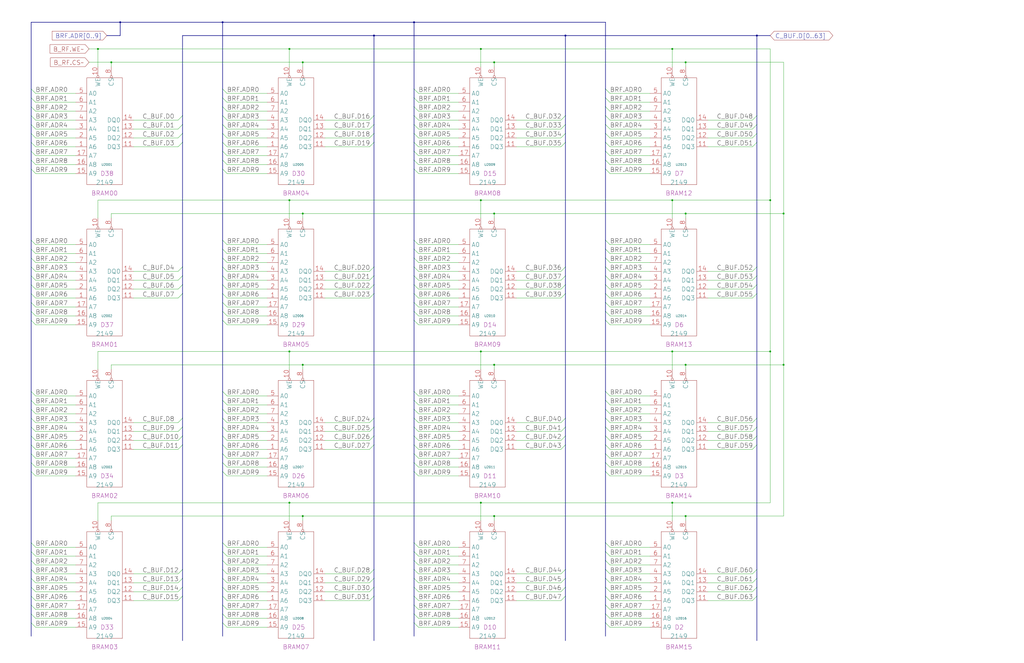
<source format=kicad_sch>
(kicad_sch (version 20230121) (generator eeschema)
  (paper "User" 584.2 378.46)
  (title_block (title "REGISTER FILE B\\nRAM ARRAY") (date "15-MAR-90") (rev "1.0") (comment 1 "TYPE") (comment 2 "232-003062") (comment 3 "S400") (comment 4 "RELEASED"))
  (junction (at 391.16 121.92))
  (junction (at 391.16 208.28))
  (junction (at 439.42 114.3))
  (junction (at 274.32 287.02))
  (junction (at 383.54 27.94))
  (junction (at 172.72 294.64))
  (junction (at 172.72 35.56))
  (junction (at 165.1 114.3))
  (junction (at 383.54 114.3))
  (junction (at 63.5 35.56))
  (junction (at 165.1 287.02))
  (junction (at 172.72 208.28))
  (junction (at 281.94 35.56))
  (junction (at 439.42 200.66))
  (junction (at 281.94 121.92))
  (junction (at 431.8 20.32))
  (junction (at 274.32 27.94))
  (junction (at 274.32 114.3))
  (junction (at 165.1 200.66))
  (junction (at 383.54 287.02))
  (junction (at 391.16 35.56))
  (junction (at 383.54 200.66))
  (junction (at 274.32 200.66))
  (junction (at 447.04 121.92))
  (junction (at 55.88 27.94))
  (junction (at 281.94 208.28))
  (junction (at 172.72 121.92))
  (junction (at 322.58 20.32))
  (junction (at 236.22 12.7))
  (junction (at 165.1 27.94))
  (junction (at 281.94 294.64))
  (junction (at 127 12.7))
  (junction (at 391.16 294.64))
  (junction (at 213.36 20.32))
  (junction (at 68.58 12.7))
  (junction (at 447.04 208.28))
  (bus_entry (at 127 81.28) (size 2.54 2.54))
  (bus_entry (at 127 152.4) (size 2.54 2.54))
  (bus_entry (at 213.36 254) (size -2.54 2.54))
  (bus_entry (at 127 60.96) (size 2.54 2.54))
  (bus_entry (at 236.22 157.48) (size 2.54 2.54))
  (bus_entry (at 345.44 162.56) (size 2.54 2.54))
  (bus_entry (at 17.78 66.04) (size 2.54 2.54))
  (bus_entry (at 345.44 86.36) (size 2.54 2.54))
  (bus_entry (at 17.78 172.72) (size 2.54 2.54))
  (bus_entry (at 127 355.6) (size 2.54 2.54))
  (bus_entry (at 127 335.28) (size 2.54 2.54))
  (bus_entry (at 322.58 162.56) (size -2.54 2.54))
  (bus_entry (at 236.22 320.04) (size 2.54 2.54))
  (bus_entry (at 17.78 264.16) (size 2.54 2.54))
  (bus_entry (at 236.22 223.52) (size 2.54 2.54))
  (bus_entry (at 236.22 325.12) (size 2.54 2.54))
  (bus_entry (at 127 309.88) (size 2.54 2.54))
  (bus_entry (at 127 248.92) (size 2.54 2.54))
  (bus_entry (at 431.8 254) (size -2.54 2.54))
  (bus_entry (at 345.44 157.48) (size 2.54 2.54))
  (bus_entry (at 236.22 259.08) (size 2.54 2.54))
  (bus_entry (at 17.78 167.64) (size 2.54 2.54))
  (bus_entry (at 17.78 96.52) (size 2.54 2.54))
  (bus_entry (at 127 162.56) (size 2.54 2.54))
  (bus_entry (at 236.22 355.6) (size 2.54 2.54))
  (bus_entry (at 17.78 254) (size 2.54 2.54))
  (bus_entry (at 127 71.12) (size 2.54 2.54))
  (bus_entry (at 345.44 269.24) (size 2.54 2.54))
  (bus_entry (at 345.44 76.2) (size 2.54 2.54))
  (bus_entry (at 431.8 71.12) (size -2.54 2.54))
  (bus_entry (at 127 264.16) (size 2.54 2.54))
  (bus_entry (at 17.78 182.88) (size 2.54 2.54))
  (bus_entry (at 17.78 269.24) (size 2.54 2.54))
  (bus_entry (at 431.8 238.76) (size -2.54 2.54))
  (bus_entry (at 213.36 81.28) (size -2.54 2.54))
  (bus_entry (at 322.58 335.28) (size -2.54 2.54))
  (bus_entry (at 236.22 172.72) (size 2.54 2.54))
  (bus_entry (at 322.58 157.48) (size -2.54 2.54))
  (bus_entry (at 236.22 86.36) (size 2.54 2.54))
  (bus_entry (at 17.78 320.04) (size 2.54 2.54))
  (bus_entry (at 127 66.04) (size 2.54 2.54))
  (bus_entry (at 431.8 152.4) (size -2.54 2.54))
  (bus_entry (at 104.14 71.12) (size -2.54 2.54))
  (bus_entry (at 236.22 243.84) (size 2.54 2.54))
  (bus_entry (at 17.78 223.52) (size 2.54 2.54))
  (bus_entry (at 431.8 66.04) (size -2.54 2.54))
  (bus_entry (at 127 259.08) (size 2.54 2.54))
  (bus_entry (at 213.36 76.2) (size -2.54 2.54))
  (bus_entry (at 236.22 91.44) (size 2.54 2.54))
  (bus_entry (at 127 350.52) (size 2.54 2.54))
  (bus_entry (at 213.36 152.4) (size -2.54 2.54))
  (bus_entry (at 236.22 142.24) (size 2.54 2.54))
  (bus_entry (at 104.14 335.28) (size -2.54 2.54))
  (bus_entry (at 17.78 259.08) (size 2.54 2.54))
  (bus_entry (at 127 50.8) (size 2.54 2.54))
  (bus_entry (at 345.44 325.12) (size 2.54 2.54))
  (bus_entry (at 104.14 248.92) (size -2.54 2.54))
  (bus_entry (at 236.22 254) (size 2.54 2.54))
  (bus_entry (at 104.14 340.36) (size -2.54 2.54))
  (bus_entry (at 236.22 238.76) (size 2.54 2.54))
  (bus_entry (at 236.22 137.16) (size 2.54 2.54))
  (bus_entry (at 127 182.88) (size 2.54 2.54))
  (bus_entry (at 236.22 335.28) (size 2.54 2.54))
  (bus_entry (at 345.44 340.36) (size 2.54 2.54))
  (bus_entry (at 345.44 233.68) (size 2.54 2.54))
  (bus_entry (at 236.22 147.32) (size 2.54 2.54))
  (bus_entry (at 236.22 162.56) (size 2.54 2.54))
  (bus_entry (at 104.14 162.56) (size -2.54 2.54))
  (bus_entry (at 236.22 228.6) (size 2.54 2.54))
  (bus_entry (at 17.78 162.56) (size 2.54 2.54))
  (bus_entry (at 322.58 76.2) (size -2.54 2.54))
  (bus_entry (at 127 340.36) (size 2.54 2.54))
  (bus_entry (at 236.22 81.28) (size 2.54 2.54))
  (bus_entry (at 127 223.52) (size 2.54 2.54))
  (bus_entry (at 127 76.2) (size 2.54 2.54))
  (bus_entry (at 236.22 60.96) (size 2.54 2.54))
  (bus_entry (at 17.78 81.28) (size 2.54 2.54))
  (bus_entry (at 236.22 71.12) (size 2.54 2.54))
  (bus_entry (at 322.58 238.76) (size -2.54 2.54))
  (bus_entry (at 213.36 162.56) (size -2.54 2.54))
  (bus_entry (at 236.22 314.96) (size 2.54 2.54))
  (bus_entry (at 104.14 254) (size -2.54 2.54))
  (bus_entry (at 322.58 330.2) (size -2.54 2.54))
  (bus_entry (at 17.78 76.2) (size 2.54 2.54))
  (bus_entry (at 322.58 254) (size -2.54 2.54))
  (bus_entry (at 17.78 137.16) (size 2.54 2.54))
  (bus_entry (at 17.78 91.44) (size 2.54 2.54))
  (bus_entry (at 345.44 335.28) (size 2.54 2.54))
  (bus_entry (at 345.44 60.96) (size 2.54 2.54))
  (bus_entry (at 127 269.24) (size 2.54 2.54))
  (bus_entry (at 345.44 96.52) (size 2.54 2.54))
  (bus_entry (at 127 320.04) (size 2.54 2.54))
  (bus_entry (at 104.14 81.28) (size -2.54 2.54))
  (bus_entry (at 104.14 157.48) (size -2.54 2.54))
  (bus_entry (at 127 228.6) (size 2.54 2.54))
  (bus_entry (at 322.58 340.36) (size -2.54 2.54))
  (bus_entry (at 345.44 66.04) (size 2.54 2.54))
  (bus_entry (at 17.78 152.4) (size 2.54 2.54))
  (bus_entry (at 431.8 81.28) (size -2.54 2.54))
  (bus_entry (at 17.78 248.92) (size 2.54 2.54))
  (bus_entry (at 431.8 157.48) (size -2.54 2.54))
  (bus_entry (at 322.58 325.12) (size -2.54 2.54))
  (bus_entry (at 17.78 86.36) (size 2.54 2.54))
  (bus_entry (at 236.22 340.36) (size 2.54 2.54))
  (bus_entry (at 431.8 340.36) (size -2.54 2.54))
  (bus_entry (at 236.22 309.88) (size 2.54 2.54))
  (bus_entry (at 127 325.12) (size 2.54 2.54))
  (bus_entry (at 345.44 254) (size 2.54 2.54))
  (bus_entry (at 345.44 137.16) (size 2.54 2.54))
  (bus_entry (at 127 233.68) (size 2.54 2.54))
  (bus_entry (at 17.78 330.2) (size 2.54 2.54))
  (bus_entry (at 104.14 238.76) (size -2.54 2.54))
  (bus_entry (at 236.22 50.8) (size 2.54 2.54))
  (bus_entry (at 17.78 309.88) (size 2.54 2.54))
  (bus_entry (at 17.78 147.32) (size 2.54 2.54))
  (bus_entry (at 345.44 167.64) (size 2.54 2.54))
  (bus_entry (at 17.78 228.6) (size 2.54 2.54))
  (bus_entry (at 322.58 243.84) (size -2.54 2.54))
  (bus_entry (at 236.22 345.44) (size 2.54 2.54))
  (bus_entry (at 17.78 60.96) (size 2.54 2.54))
  (bus_entry (at 17.78 340.36) (size 2.54 2.54))
  (bus_entry (at 17.78 345.44) (size 2.54 2.54))
  (bus_entry (at 127 177.8) (size 2.54 2.54))
  (bus_entry (at 104.14 167.64) (size -2.54 2.54))
  (bus_entry (at 345.44 355.6) (size 2.54 2.54))
  (bus_entry (at 345.44 238.76) (size 2.54 2.54))
  (bus_entry (at 345.44 50.8) (size 2.54 2.54))
  (bus_entry (at 127 243.84) (size 2.54 2.54))
  (bus_entry (at 345.44 147.32) (size 2.54 2.54))
  (bus_entry (at 345.44 228.6) (size 2.54 2.54))
  (bus_entry (at 236.22 96.52) (size 2.54 2.54))
  (bus_entry (at 236.22 264.16) (size 2.54 2.54))
  (bus_entry (at 104.14 66.04) (size -2.54 2.54))
  (bus_entry (at 431.8 330.2) (size -2.54 2.54))
  (bus_entry (at 345.44 91.44) (size 2.54 2.54))
  (bus_entry (at 236.22 76.2) (size 2.54 2.54))
  (bus_entry (at 127 137.16) (size 2.54 2.54))
  (bus_entry (at 213.36 248.92) (size -2.54 2.54))
  (bus_entry (at 213.36 71.12) (size -2.54 2.54))
  (bus_entry (at 17.78 238.76) (size 2.54 2.54))
  (bus_entry (at 322.58 167.64) (size -2.54 2.54))
  (bus_entry (at 17.78 325.12) (size 2.54 2.54))
  (bus_entry (at 17.78 50.8) (size 2.54 2.54))
  (bus_entry (at 17.78 335.28) (size 2.54 2.54))
  (bus_entry (at 104.14 76.2) (size -2.54 2.54))
  (bus_entry (at 236.22 182.88) (size 2.54 2.54))
  (bus_entry (at 17.78 55.88) (size 2.54 2.54))
  (bus_entry (at 236.22 177.8) (size 2.54 2.54))
  (bus_entry (at 345.44 223.52) (size 2.54 2.54))
  (bus_entry (at 345.44 259.08) (size 2.54 2.54))
  (bus_entry (at 127 96.52) (size 2.54 2.54))
  (bus_entry (at 104.14 330.2) (size -2.54 2.54))
  (bus_entry (at 17.78 71.12) (size 2.54 2.54))
  (bus_entry (at 236.22 350.52) (size 2.54 2.54))
  (bus_entry (at 104.14 243.84) (size -2.54 2.54))
  (bus_entry (at 345.44 152.4) (size 2.54 2.54))
  (bus_entry (at 17.78 142.24) (size 2.54 2.54))
  (bus_entry (at 213.36 335.28) (size -2.54 2.54))
  (bus_entry (at 345.44 320.04) (size 2.54 2.54))
  (bus_entry (at 127 157.48) (size 2.54 2.54))
  (bus_entry (at 345.44 177.8) (size 2.54 2.54))
  (bus_entry (at 431.8 335.28) (size -2.54 2.54))
  (bus_entry (at 345.44 55.88) (size 2.54 2.54))
  (bus_entry (at 127 86.36) (size 2.54 2.54))
  (bus_entry (at 431.8 162.56) (size -2.54 2.54))
  (bus_entry (at 213.36 238.76) (size -2.54 2.54))
  (bus_entry (at 104.14 325.12) (size -2.54 2.54))
  (bus_entry (at 236.22 330.2) (size 2.54 2.54))
  (bus_entry (at 127 55.88) (size 2.54 2.54))
  (bus_entry (at 236.22 55.88) (size 2.54 2.54))
  (bus_entry (at 213.36 157.48) (size -2.54 2.54))
  (bus_entry (at 431.8 243.84) (size -2.54 2.54))
  (bus_entry (at 127 330.2) (size 2.54 2.54))
  (bus_entry (at 322.58 66.04) (size -2.54 2.54))
  (bus_entry (at 213.36 325.12) (size -2.54 2.54))
  (bus_entry (at 17.78 177.8) (size 2.54 2.54))
  (bus_entry (at 17.78 233.68) (size 2.54 2.54))
  (bus_entry (at 17.78 355.6) (size 2.54 2.54))
  (bus_entry (at 431.8 76.2) (size -2.54 2.54))
  (bus_entry (at 345.44 172.72) (size 2.54 2.54))
  (bus_entry (at 431.8 167.64) (size -2.54 2.54))
  (bus_entry (at 213.36 243.84) (size -2.54 2.54))
  (bus_entry (at 345.44 309.88) (size 2.54 2.54))
  (bus_entry (at 322.58 248.92) (size -2.54 2.54))
  (bus_entry (at 345.44 81.28) (size 2.54 2.54))
  (bus_entry (at 127 167.64) (size 2.54 2.54))
  (bus_entry (at 236.22 152.4) (size 2.54 2.54))
  (bus_entry (at 345.44 182.88) (size 2.54 2.54))
  (bus_entry (at 17.78 243.84) (size 2.54 2.54))
  (bus_entry (at 213.36 167.64) (size -2.54 2.54))
  (bus_entry (at 127 142.24) (size 2.54 2.54))
  (bus_entry (at 322.58 71.12) (size -2.54 2.54))
  (bus_entry (at 127 147.32) (size 2.54 2.54))
  (bus_entry (at 213.36 330.2) (size -2.54 2.54))
  (bus_entry (at 431.8 248.92) (size -2.54 2.54))
  (bus_entry (at 213.36 66.04) (size -2.54 2.54))
  (bus_entry (at 236.22 66.04) (size 2.54 2.54))
  (bus_entry (at 127 314.96) (size 2.54 2.54))
  (bus_entry (at 236.22 248.92) (size 2.54 2.54))
  (bus_entry (at 345.44 248.92) (size 2.54 2.54))
  (bus_entry (at 127 172.72) (size 2.54 2.54))
  (bus_entry (at 236.22 233.68) (size 2.54 2.54))
  (bus_entry (at 213.36 340.36) (size -2.54 2.54))
  (bus_entry (at 345.44 350.52) (size 2.54 2.54))
  (bus_entry (at 127 91.44) (size 2.54 2.54))
  (bus_entry (at 345.44 330.2) (size 2.54 2.54))
  (bus_entry (at 345.44 345.44) (size 2.54 2.54))
  (bus_entry (at 104.14 152.4) (size -2.54 2.54))
  (bus_entry (at 127 238.76) (size 2.54 2.54))
  (bus_entry (at 17.78 314.96) (size 2.54 2.54))
  (bus_entry (at 322.58 152.4) (size -2.54 2.54))
  (bus_entry (at 17.78 350.52) (size 2.54 2.54))
  (bus_entry (at 345.44 243.84) (size 2.54 2.54))
  (bus_entry (at 431.8 325.12) (size -2.54 2.54))
  (bus_entry (at 127 254) (size 2.54 2.54))
  (bus_entry (at 236.22 167.64) (size 2.54 2.54))
  (bus_entry (at 345.44 314.96) (size 2.54 2.54))
  (bus_entry (at 127 345.44) (size 2.54 2.54))
  (bus_entry (at 236.22 269.24) (size 2.54 2.54))
  (bus_entry (at 17.78 157.48) (size 2.54 2.54))
  (bus_entry (at 345.44 142.24) (size 2.54 2.54))
  (bus_entry (at 345.44 71.12) (size 2.54 2.54))
  (bus_entry (at 345.44 264.16) (size 2.54 2.54))
  (bus_entry (at 322.58 81.28) (size -2.54 2.54))
  (wire (pts (xy 185.42 256.54) (xy 210.82 256.54)))
  (bus (pts (xy 345.44 330.2) (xy 345.44 335.28)))
  (wire (pts (xy 185.42 170.18) (xy 210.82 170.18)))
  (wire (pts (xy 20.32 226.06) (xy 43.18 226.06)))
  (wire (pts (xy 20.32 185.42) (xy 43.18 185.42)))
  (bus (pts (xy 17.78 345.44) (xy 17.78 350.52)))
  (wire (pts (xy 403.86 337.82) (xy 429.26 337.82)))
  (bus (pts (xy 345.44 182.88) (xy 345.44 223.52)))
  (wire (pts (xy 403.86 170.18) (xy 429.26 170.18)))
  (bus (pts (xy 213.36 335.28) (xy 213.36 340.36)))
  (bus (pts (xy 17.78 162.56) (xy 17.78 167.64)))
  (bus (pts (xy 322.58 254) (xy 322.58 325.12)))
  (wire (pts (xy 347.98 261.62) (xy 370.84 261.62)))
  (wire (pts (xy 294.64 342.9) (xy 320.04 342.9)))
  (wire (pts (xy 76.2 73.66) (xy 101.6 73.66)))
  (wire (pts (xy 238.76 83.82) (xy 261.62 83.82)))
  (wire (pts (xy 129.54 241.3) (xy 152.4 241.3)))
  (wire (pts (xy 165.1 27.94) (xy 274.32 27.94)))
  (bus (pts (xy 104.14 20.32) (xy 213.36 20.32)))
  (bus (pts (xy 345.44 157.48) (xy 345.44 162.56)))
  (wire (pts (xy 165.1 200.66) (xy 165.1 210.82)))
  (wire (pts (xy 403.86 256.54) (xy 429.26 256.54)))
  (wire (pts (xy 347.98 78.74) (xy 370.84 78.74)))
  (bus (pts (xy 236.22 86.36) (xy 236.22 91.44)))
  (bus (pts (xy 17.78 55.88) (xy 17.78 60.96)))
  (wire (pts (xy 403.86 165.1) (xy 429.26 165.1)))
  (bus (pts (xy 104.14 325.12) (xy 104.14 330.2)))
  (wire (pts (xy 76.2 327.66) (xy 101.6 327.66)))
  (bus (pts (xy 345.44 243.84) (xy 345.44 248.92)))
  (bus (pts (xy 345.44 76.2) (xy 345.44 81.28)))
  (bus (pts (xy 127 350.52) (xy 127 355.6)))
  (wire (pts (xy 294.64 246.38) (xy 320.04 246.38)))
  (wire (pts (xy 129.54 175.26) (xy 152.4 175.26)))
  (wire (pts (xy 347.98 63.5) (xy 370.84 63.5)))
  (bus (pts (xy 17.78 60.96) (xy 17.78 66.04)))
  (wire (pts (xy 172.72 294.64) (xy 172.72 297.18)))
  (bus (pts (xy 60.96 20.32) (xy 68.58 20.32)))
  (wire (pts (xy 447.04 121.92) (xy 447.04 208.28)))
  (bus (pts (xy 127 228.6) (xy 127 233.68)))
  (bus (pts (xy 236.22 91.44) (xy 236.22 96.52)))
  (bus (pts (xy 17.78 314.96) (xy 17.78 320.04)))
  (wire (pts (xy 20.32 322.58) (xy 43.18 322.58)))
  (bus (pts (xy 127 345.44) (xy 127 350.52)))
  (wire (pts (xy 129.54 154.94) (xy 152.4 154.94)))
  (bus (pts (xy 17.78 335.28) (xy 17.78 340.36)))
  (wire (pts (xy 347.98 358.14) (xy 370.84 358.14)))
  (bus (pts (xy 17.78 96.52) (xy 17.78 137.16)))
  (wire (pts (xy 20.32 170.18) (xy 43.18 170.18)))
  (wire (pts (xy 347.98 353.06) (xy 370.84 353.06)))
  (bus (pts (xy 345.44 314.96) (xy 345.44 320.04)))
  (wire (pts (xy 20.32 266.7) (xy 43.18 266.7)))
  (bus (pts (xy 345.44 320.04) (xy 345.44 325.12)))
  (wire (pts (xy 347.98 241.3) (xy 370.84 241.3)))
  (bus (pts (xy 236.22 60.96) (xy 236.22 66.04)))
  (wire (pts (xy 129.54 358.14) (xy 152.4 358.14)))
  (bus (pts (xy 236.22 309.88) (xy 236.22 314.96)))
  (bus (pts (xy 236.22 248.92) (xy 236.22 254)))
  (wire (pts (xy 439.42 287.02) (xy 383.54 287.02)))
  (bus (pts (xy 431.8 20.32) (xy 439.42 20.32)))
  (wire (pts (xy 403.86 160.02) (xy 429.26 160.02)))
  (bus (pts (xy 236.22 355.6) (xy 236.22 363.22)))
  (bus (pts (xy 127 259.08) (xy 127 264.16)))
  (wire (pts (xy 185.42 154.94) (xy 210.82 154.94)))
  (bus (pts (xy 431.8 243.84) (xy 431.8 248.92)))
  (wire (pts (xy 238.76 170.18) (xy 261.62 170.18)))
  (wire (pts (xy 383.54 287.02) (xy 383.54 297.18)))
  (wire (pts (xy 20.32 231.14) (xy 43.18 231.14)))
  (bus (pts (xy 236.22 96.52) (xy 236.22 137.16)))
  (wire (pts (xy 238.76 342.9) (xy 261.62 342.9)))
  (wire (pts (xy 129.54 160.02) (xy 152.4 160.02)))
  (wire (pts (xy 274.32 114.3) (xy 383.54 114.3)))
  (wire (pts (xy 347.98 160.02) (xy 370.84 160.02)))
  (bus (pts (xy 127 81.28) (xy 127 86.36)))
  (bus (pts (xy 17.78 142.24) (xy 17.78 147.32)))
  (wire (pts (xy 76.2 83.82) (xy 101.6 83.82)))
  (bus (pts (xy 345.44 86.36) (xy 345.44 91.44)))
  (wire (pts (xy 238.76 271.78) (xy 261.62 271.78)))
  (bus (pts (xy 236.22 182.88) (xy 236.22 223.52)))
  (bus (pts (xy 431.8 325.12) (xy 431.8 330.2)))
  (wire (pts (xy 238.76 246.38) (xy 261.62 246.38)))
  (bus (pts (xy 431.8 157.48) (xy 431.8 162.56)))
  (wire (pts (xy 347.98 337.82) (xy 370.84 337.82)))
  (wire (pts (xy 185.42 160.02) (xy 210.82 160.02)))
  (wire (pts (xy 20.32 53.34) (xy 43.18 53.34)))
  (bus (pts (xy 68.58 12.7) (xy 127 12.7)))
  (bus (pts (xy 17.78 91.44) (xy 17.78 96.52)))
  (bus (pts (xy 236.22 50.8) (xy 236.22 55.88)))
  (wire (pts (xy 274.32 200.66) (xy 274.32 210.82)))
  (bus (pts (xy 127 243.84) (xy 127 248.92)))
  (wire (pts (xy 347.98 73.66) (xy 370.84 73.66)))
  (bus (pts (xy 431.8 340.36) (xy 431.8 365.76)))
  (wire (pts (xy 20.32 327.66) (xy 43.18 327.66)))
  (bus (pts (xy 345.44 264.16) (xy 345.44 269.24)))
  (bus (pts (xy 17.78 350.52) (xy 17.78 355.6)))
  (wire (pts (xy 294.64 241.3) (xy 320.04 241.3)))
  (bus (pts (xy 17.78 86.36) (xy 17.78 91.44)))
  (wire (pts (xy 391.16 208.28) (xy 391.16 210.82)))
  (wire (pts (xy 294.64 337.82) (xy 320.04 337.82)))
  (wire (pts (xy 129.54 251.46) (xy 152.4 251.46)))
  (wire (pts (xy 447.04 208.28) (xy 447.04 294.64)))
  (wire (pts (xy 165.1 27.94) (xy 165.1 38.1)))
  (wire (pts (xy 129.54 236.22) (xy 152.4 236.22)))
  (wire (pts (xy 76.2 256.54) (xy 101.6 256.54)))
  (bus (pts (xy 431.8 81.28) (xy 431.8 152.4)))
  (wire (pts (xy 238.76 322.58) (xy 261.62 322.58)))
  (bus (pts (xy 236.22 55.88) (xy 236.22 60.96)))
  (wire (pts (xy 238.76 261.62) (xy 261.62 261.62)))
  (wire (pts (xy 439.42 200.66) (xy 439.42 287.02)))
  (bus (pts (xy 127 309.88) (xy 127 314.96)))
  (wire (pts (xy 129.54 68.58) (xy 152.4 68.58)))
  (wire (pts (xy 347.98 99.06) (xy 370.84 99.06)))
  (wire (pts (xy 347.98 251.46) (xy 370.84 251.46)))
  (wire (pts (xy 20.32 337.82) (xy 43.18 337.82)))
  (wire (pts (xy 185.42 327.66) (xy 210.82 327.66)))
  (bus (pts (xy 236.22 66.04) (xy 236.22 71.12)))
  (bus (pts (xy 236.22 167.64) (xy 236.22 172.72)))
  (wire (pts (xy 20.32 256.54) (xy 43.18 256.54)))
  (bus (pts (xy 17.78 50.8) (xy 17.78 55.88)))
  (wire (pts (xy 347.98 332.74) (xy 370.84 332.74)))
  (wire (pts (xy 129.54 322.58) (xy 152.4 322.58)))
  (wire (pts (xy 238.76 53.34) (xy 261.62 53.34)))
  (bus (pts (xy 127 137.16) (xy 127 142.24)))
  (wire (pts (xy 20.32 358.14) (xy 43.18 358.14)))
  (wire (pts (xy 347.98 231.14) (xy 370.84 231.14)))
  (wire (pts (xy 172.72 35.56) (xy 172.72 38.1)))
  (bus (pts (xy 104.14 81.28) (xy 104.14 152.4)))
  (bus (pts (xy 17.78 71.12) (xy 17.78 76.2)))
  (bus (pts (xy 431.8 152.4) (xy 431.8 157.48)))
  (bus (pts (xy 127 320.04) (xy 127 325.12)))
  (wire (pts (xy 391.16 294.64) (xy 281.94 294.64)))
  (wire (pts (xy 185.42 241.3) (xy 210.82 241.3)))
  (wire (pts (xy 238.76 185.42) (xy 261.62 185.42)))
  (bus (pts (xy 322.58 71.12) (xy 322.58 76.2)))
  (bus (pts (xy 17.78 320.04) (xy 17.78 325.12)))
  (bus (pts (xy 127 233.68) (xy 127 238.76)))
  (wire (pts (xy 238.76 231.14) (xy 261.62 231.14)))
  (wire (pts (xy 238.76 73.66) (xy 261.62 73.66)))
  (bus (pts (xy 17.78 264.16) (xy 17.78 269.24)))
  (bus (pts (xy 127 76.2) (xy 127 81.28)))
  (bus (pts (xy 213.36 66.04) (xy 213.36 71.12)))
  (wire (pts (xy 129.54 73.66) (xy 152.4 73.66)))
  (wire (pts (xy 281.94 208.28) (xy 281.94 210.82)))
  (wire (pts (xy 63.5 121.92) (xy 172.72 121.92)))
  (bus (pts (xy 213.36 157.48) (xy 213.36 162.56)))
  (wire (pts (xy 347.98 144.78) (xy 370.84 144.78)))
  (bus (pts (xy 213.36 20.32) (xy 322.58 20.32)))
  (wire (pts (xy 294.64 165.1) (xy 320.04 165.1)))
  (wire (pts (xy 20.32 68.58) (xy 43.18 68.58)))
  (wire (pts (xy 76.2 78.74) (xy 101.6 78.74)))
  (wire (pts (xy 129.54 88.9) (xy 152.4 88.9)))
  (bus (pts (xy 17.78 259.08) (xy 17.78 264.16)))
  (wire (pts (xy 281.94 35.56) (xy 391.16 35.56)))
  (bus (pts (xy 236.22 172.72) (xy 236.22 177.8)))
  (wire (pts (xy 76.2 241.3) (xy 101.6 241.3)))
  (bus (pts (xy 127 86.36) (xy 127 91.44)))
  (bus (pts (xy 17.78 325.12) (xy 17.78 330.2)))
  (bus (pts (xy 236.22 157.48) (xy 236.22 162.56)))
  (wire (pts (xy 391.16 294.64) (xy 391.16 297.18)))
  (wire (pts (xy 63.5 208.28) (xy 172.72 208.28)))
  (wire (pts (xy 20.32 236.22) (xy 43.18 236.22)))
  (wire (pts (xy 347.98 88.9) (xy 370.84 88.9)))
  (wire (pts (xy 238.76 165.1) (xy 261.62 165.1)))
  (bus (pts (xy 127 177.8) (xy 127 182.88)))
  (bus (pts (xy 345.44 172.72) (xy 345.44 177.8)))
  (wire (pts (xy 238.76 332.74) (xy 261.62 332.74)))
  (wire (pts (xy 55.88 114.3) (xy 55.88 124.46)))
  (bus (pts (xy 345.44 238.76) (xy 345.44 243.84)))
  (bus (pts (xy 104.14 76.2) (xy 104.14 81.28)))
  (wire (pts (xy 294.64 160.02) (xy 320.04 160.02)))
  (wire (pts (xy 76.2 332.74) (xy 101.6 332.74)))
  (bus (pts (xy 345.44 350.52) (xy 345.44 355.6)))
  (wire (pts (xy 281.94 294.64) (xy 172.72 294.64)))
  (wire (pts (xy 129.54 246.38) (xy 152.4 246.38)))
  (bus (pts (xy 213.36 152.4) (xy 213.36 157.48)))
  (bus (pts (xy 127 330.2) (xy 127 335.28)))
  (bus (pts (xy 104.14 162.56) (xy 104.14 167.64)))
  (wire (pts (xy 238.76 256.54) (xy 261.62 256.54)))
  (wire (pts (xy 185.42 73.66) (xy 210.82 73.66)))
  (bus (pts (xy 236.22 142.24) (xy 236.22 147.32)))
  (bus (pts (xy 431.8 167.64) (xy 431.8 238.76)))
  (bus (pts (xy 345.44 66.04) (xy 345.44 71.12)))
  (wire (pts (xy 294.64 327.66) (xy 320.04 327.66)))
  (bus (pts (xy 236.22 147.32) (xy 236.22 152.4)))
  (wire (pts (xy 55.88 287.02) (xy 55.88 297.18)))
  (bus (pts (xy 345.44 248.92) (xy 345.44 254)))
  (wire (pts (xy 20.32 246.38) (xy 43.18 246.38)))
  (bus (pts (xy 431.8 238.76) (xy 431.8 243.84)))
  (wire (pts (xy 63.5 35.56) (xy 63.5 38.1)))
  (wire (pts (xy 281.94 121.92) (xy 391.16 121.92)))
  (wire (pts (xy 129.54 144.78) (xy 152.4 144.78)))
  (bus (pts (xy 213.36 167.64) (xy 213.36 238.76)))
  (wire (pts (xy 403.86 78.74) (xy 429.26 78.74)))
  (wire (pts (xy 403.86 246.38) (xy 429.26 246.38)))
  (wire (pts (xy 347.98 154.94) (xy 370.84 154.94)))
  (bus (pts (xy 322.58 20.32) (xy 322.58 66.04)))
  (bus (pts (xy 17.78 228.6) (xy 17.78 233.68)))
  (wire (pts (xy 294.64 83.82) (xy 320.04 83.82)))
  (wire (pts (xy 76.2 160.02) (xy 101.6 160.02)))
  (wire (pts (xy 238.76 266.7) (xy 261.62 266.7)))
  (bus (pts (xy 104.14 330.2) (xy 104.14 335.28)))
  (bus (pts (xy 213.36 76.2) (xy 213.36 81.28)))
  (wire (pts (xy 274.32 27.94) (xy 383.54 27.94)))
  (wire (pts (xy 50.8 35.56) (xy 63.5 35.56)))
  (wire (pts (xy 238.76 236.22) (xy 261.62 236.22)))
  (wire (pts (xy 129.54 347.98) (xy 152.4 347.98)))
  (bus (pts (xy 104.14 157.48) (xy 104.14 162.56)))
  (wire (pts (xy 129.54 63.5) (xy 152.4 63.5)))
  (bus (pts (xy 104.14 248.92) (xy 104.14 254)))
  (wire (pts (xy 20.32 99.06) (xy 43.18 99.06)))
  (wire (pts (xy 281.94 294.64) (xy 281.94 297.18)))
  (bus (pts (xy 322.58 20.32) (xy 431.8 20.32)))
  (bus (pts (xy 127 55.88) (xy 127 60.96)))
  (wire (pts (xy 20.32 93.98) (xy 43.18 93.98)))
  (bus (pts (xy 345.44 340.36) (xy 345.44 345.44)))
  (bus (pts (xy 104.14 167.64) (xy 104.14 238.76)))
  (bus (pts (xy 345.44 345.44) (xy 345.44 350.52)))
  (bus (pts (xy 104.14 335.28) (xy 104.14 340.36)))
  (bus (pts (xy 127 142.24) (xy 127 147.32)))
  (bus (pts (xy 322.58 325.12) (xy 322.58 330.2)))
  (bus (pts (xy 236.22 350.52) (xy 236.22 355.6)))
  (wire (pts (xy 347.98 170.18) (xy 370.84 170.18)))
  (wire (pts (xy 403.86 154.94) (xy 429.26 154.94)))
  (bus (pts (xy 17.78 137.16) (xy 17.78 142.24)))
  (wire (pts (xy 76.2 154.94) (xy 101.6 154.94)))
  (bus (pts (xy 345.44 325.12) (xy 345.44 330.2)))
  (bus (pts (xy 345.44 162.56) (xy 345.44 167.64)))
  (wire (pts (xy 274.32 27.94) (xy 274.32 38.1)))
  (wire (pts (xy 294.64 73.66) (xy 320.04 73.66)))
  (bus (pts (xy 236.22 71.12) (xy 236.22 76.2)))
  (wire (pts (xy 63.5 294.64) (xy 63.5 297.18)))
  (bus (pts (xy 127 248.92) (xy 127 254)))
  (wire (pts (xy 165.1 287.02) (xy 165.1 297.18)))
  (wire (pts (xy 238.76 139.7) (xy 261.62 139.7)))
  (wire (pts (xy 238.76 88.9) (xy 261.62 88.9)))
  (wire (pts (xy 238.76 241.3) (xy 261.62 241.3)))
  (wire (pts (xy 185.42 68.58) (xy 210.82 68.58)))
  (wire (pts (xy 129.54 231.14) (xy 152.4 231.14)))
  (wire (pts (xy 20.32 165.1) (xy 43.18 165.1)))
  (wire (pts (xy 347.98 83.82) (xy 370.84 83.82)))
  (wire (pts (xy 347.98 342.9) (xy 370.84 342.9)))
  (bus (pts (xy 104.14 66.04) (xy 104.14 71.12)))
  (bus (pts (xy 213.36 71.12) (xy 213.36 76.2)))
  (wire (pts (xy 129.54 226.06) (xy 152.4 226.06)))
  (wire (pts (xy 76.2 165.1) (xy 101.6 165.1)))
  (wire (pts (xy 63.5 121.92) (xy 63.5 124.46)))
  (bus (pts (xy 213.36 162.56) (xy 213.36 167.64)))
  (wire (pts (xy 347.98 93.98) (xy 370.84 93.98)))
  (wire (pts (xy 172.72 294.64) (xy 63.5 294.64)))
  (bus (pts (xy 213.36 81.28) (xy 213.36 152.4)))
  (wire (pts (xy 294.64 256.54) (xy 320.04 256.54)))
  (wire (pts (xy 238.76 78.74) (xy 261.62 78.74)))
  (wire (pts (xy 20.32 241.3) (xy 43.18 241.3)))
  (bus (pts (xy 213.36 254) (xy 213.36 325.12)))
  (wire (pts (xy 403.86 327.66) (xy 429.26 327.66)))
  (bus (pts (xy 127 340.36) (xy 127 345.44)))
  (wire (pts (xy 347.98 271.78) (xy 370.84 271.78)))
  (wire (pts (xy 185.42 251.46) (xy 210.82 251.46)))
  (bus (pts (xy 17.78 254) (xy 17.78 259.08)))
  (bus (pts (xy 104.14 254) (xy 104.14 325.12)))
  (wire (pts (xy 274.32 200.66) (xy 383.54 200.66)))
  (wire (pts (xy 347.98 68.58) (xy 370.84 68.58)))
  (wire (pts (xy 238.76 226.06) (xy 261.62 226.06)))
  (wire (pts (xy 20.32 271.78) (xy 43.18 271.78)))
  (wire (pts (xy 55.88 27.94) (xy 55.88 38.1)))
  (wire (pts (xy 294.64 251.46) (xy 320.04 251.46)))
  (wire (pts (xy 274.32 287.02) (xy 274.32 297.18)))
  (wire (pts (xy 165.1 114.3) (xy 274.32 114.3)))
  (bus (pts (xy 345.44 137.16) (xy 345.44 142.24)))
  (bus (pts (xy 345.44 167.64) (xy 345.44 172.72)))
  (wire (pts (xy 129.54 99.06) (xy 152.4 99.06)))
  (bus (pts (xy 17.78 243.84) (xy 17.78 248.92)))
  (bus (pts (xy 213.36 330.2) (xy 213.36 335.28)))
  (bus (pts (xy 17.78 177.8) (xy 17.78 182.88)))
  (bus (pts (xy 213.36 238.76) (xy 213.36 243.84)))
  (bus (pts (xy 322.58 66.04) (xy 322.58 71.12)))
  (wire (pts (xy 383.54 200.66) (xy 439.42 200.66)))
  (wire (pts (xy 447.04 294.64) (xy 391.16 294.64)))
  (wire (pts (xy 294.64 170.18) (xy 320.04 170.18)))
  (wire (pts (xy 165.1 200.66) (xy 274.32 200.66)))
  (bus (pts (xy 127 269.24) (xy 127 309.88)))
  (bus (pts (xy 127 91.44) (xy 127 96.52)))
  (bus (pts (xy 431.8 71.12) (xy 431.8 76.2)))
  (wire (pts (xy 20.32 317.5) (xy 43.18 317.5)))
  (bus (pts (xy 17.78 182.88) (xy 17.78 223.52)))
  (wire (pts (xy 76.2 251.46) (xy 101.6 251.46)))
  (wire (pts (xy 347.98 327.66) (xy 370.84 327.66)))
  (bus (pts (xy 322.58 330.2) (xy 322.58 335.28)))
  (wire (pts (xy 238.76 317.5) (xy 261.62 317.5)))
  (bus (pts (xy 322.58 162.56) (xy 322.58 167.64)))
  (wire (pts (xy 439.42 114.3) (xy 439.42 200.66)))
  (bus (pts (xy 236.22 340.36) (xy 236.22 345.44)))
  (wire (pts (xy 20.32 154.94) (xy 43.18 154.94)))
  (wire (pts (xy 63.5 35.56) (xy 172.72 35.56)))
  (bus (pts (xy 236.22 81.28) (xy 236.22 86.36)))
  (bus (pts (xy 345.44 152.4) (xy 345.44 157.48)))
  (bus (pts (xy 431.8 20.32) (xy 431.8 66.04)))
  (bus (pts (xy 322.58 243.84) (xy 322.58 248.92)))
  (wire (pts (xy 238.76 312.42) (xy 261.62 312.42)))
  (bus (pts (xy 345.44 55.88) (xy 345.44 60.96)))
  (bus (pts (xy 127 157.48) (xy 127 162.56)))
  (bus (pts (xy 345.44 91.44) (xy 345.44 96.52)))
  (wire (pts (xy 20.32 332.74) (xy 43.18 332.74)))
  (bus (pts (xy 127 254) (xy 127 259.08)))
  (wire (pts (xy 129.54 185.42) (xy 152.4 185.42)))
  (bus (pts (xy 345.44 355.6) (xy 345.44 363.22)))
  (wire (pts (xy 129.54 78.74) (xy 152.4 78.74)))
  (wire (pts (xy 238.76 327.66) (xy 261.62 327.66)))
  (bus (pts (xy 127 182.88) (xy 127 223.52)))
  (bus (pts (xy 213.36 248.92) (xy 213.36 254)))
  (wire (pts (xy 391.16 121.92) (xy 447.04 121.92)))
  (bus (pts (xy 17.78 157.48) (xy 17.78 162.56)))
  (wire (pts (xy 347.98 165.1) (xy 370.84 165.1)))
  (bus (pts (xy 17.78 233.68) (xy 17.78 238.76)))
  (wire (pts (xy 238.76 144.78) (xy 261.62 144.78)))
  (bus (pts (xy 17.78 340.36) (xy 17.78 345.44)))
  (wire (pts (xy 129.54 261.62) (xy 152.4 261.62)))
  (wire (pts (xy 129.54 170.18) (xy 152.4 170.18)))
  (bus (pts (xy 68.58 20.32) (xy 68.58 12.7)))
  (wire (pts (xy 403.86 241.3) (xy 429.26 241.3)))
  (bus (pts (xy 236.22 243.84) (xy 236.22 248.92)))
  (wire (pts (xy 76.2 246.38) (xy 101.6 246.38)))
  (bus (pts (xy 213.36 243.84) (xy 213.36 248.92)))
  (wire (pts (xy 129.54 271.78) (xy 152.4 271.78)))
  (bus (pts (xy 236.22 314.96) (xy 236.22 320.04)))
  (wire (pts (xy 347.98 58.42) (xy 370.84 58.42)))
  (wire (pts (xy 20.32 160.02) (xy 43.18 160.02)))
  (bus (pts (xy 322.58 248.92) (xy 322.58 254)))
  (wire (pts (xy 383.54 200.66) (xy 383.54 210.82)))
  (wire (pts (xy 238.76 154.94) (xy 261.62 154.94)))
  (wire (pts (xy 347.98 53.34) (xy 370.84 53.34)))
  (wire (pts (xy 238.76 68.58) (xy 261.62 68.58)))
  (bus (pts (xy 345.44 223.52) (xy 345.44 228.6)))
  (wire (pts (xy 185.42 332.74) (xy 210.82 332.74)))
  (wire (pts (xy 238.76 180.34) (xy 261.62 180.34)))
  (wire (pts (xy 129.54 327.66) (xy 152.4 327.66)))
  (bus (pts (xy 431.8 330.2) (xy 431.8 335.28)))
  (wire (pts (xy 294.64 332.74) (xy 320.04 332.74)))
  (bus (pts (xy 104.14 71.12) (xy 104.14 76.2)))
  (bus (pts (xy 345.44 259.08) (xy 345.44 264.16)))
  (bus (pts (xy 322.58 152.4) (xy 322.58 157.48)))
  (wire (pts (xy 20.32 353.06) (xy 43.18 353.06)))
  (wire (pts (xy 391.16 208.28) (xy 447.04 208.28)))
  (bus (pts (xy 345.44 335.28) (xy 345.44 340.36)))
  (wire (pts (xy 76.2 170.18) (xy 101.6 170.18)))
  (bus (pts (xy 236.22 335.28) (xy 236.22 340.36)))
  (wire (pts (xy 185.42 342.9) (xy 210.82 342.9)))
  (bus (pts (xy 236.22 330.2) (xy 236.22 335.28)))
  (wire (pts (xy 347.98 312.42) (xy 370.84 312.42)))
  (wire (pts (xy 294.64 68.58) (xy 320.04 68.58)))
  (bus (pts (xy 127 50.8) (xy 127 55.88)))
  (wire (pts (xy 347.98 180.34) (xy 370.84 180.34)))
  (wire (pts (xy 55.88 27.94) (xy 165.1 27.94)))
  (wire (pts (xy 172.72 121.92) (xy 172.72 124.46)))
  (wire (pts (xy 347.98 322.58) (xy 370.84 322.58)))
  (wire (pts (xy 238.76 99.06) (xy 261.62 99.06)))
  (bus (pts (xy 322.58 81.28) (xy 322.58 152.4)))
  (wire (pts (xy 129.54 83.82) (xy 152.4 83.82)))
  (bus (pts (xy 236.22 254) (xy 236.22 259.08)))
  (bus (pts (xy 127 335.28) (xy 127 340.36)))
  (bus (pts (xy 236.22 269.24) (xy 236.22 309.88)))
  (wire (pts (xy 238.76 93.98) (xy 261.62 93.98)))
  (wire (pts (xy 20.32 88.9) (xy 43.18 88.9)))
  (wire (pts (xy 347.98 236.22) (xy 370.84 236.22)))
  (wire (pts (xy 129.54 353.06) (xy 152.4 353.06)))
  (bus (pts (xy 345.44 228.6) (xy 345.44 233.68)))
  (bus (pts (xy 236.22 12.7) (xy 236.22 50.8)))
  (bus (pts (xy 236.22 345.44) (xy 236.22 350.52)))
  (wire (pts (xy 347.98 149.86) (xy 370.84 149.86)))
  (wire (pts (xy 383.54 27.94) (xy 439.42 27.94)))
  (wire (pts (xy 20.32 180.34) (xy 43.18 180.34)))
  (bus (pts (xy 236.22 233.68) (xy 236.22 238.76)))
  (bus (pts (xy 17.78 152.4) (xy 17.78 157.48)))
  (wire (pts (xy 391.16 121.92) (xy 391.16 124.46)))
  (wire (pts (xy 238.76 353.06) (xy 261.62 353.06)))
  (wire (pts (xy 383.54 114.3) (xy 383.54 124.46)))
  (wire (pts (xy 274.32 287.02) (xy 165.1 287.02)))
  (wire (pts (xy 185.42 165.1) (xy 210.82 165.1)))
  (wire (pts (xy 20.32 73.66) (xy 43.18 73.66)))
  (wire (pts (xy 447.04 35.56) (xy 447.04 121.92)))
  (wire (pts (xy 281.94 208.28) (xy 391.16 208.28)))
  (wire (pts (xy 383.54 287.02) (xy 274.32 287.02)))
  (bus (pts (xy 236.22 325.12) (xy 236.22 330.2)))
  (wire (pts (xy 129.54 337.82) (xy 152.4 337.82)))
  (wire (pts (xy 238.76 337.82) (xy 261.62 337.82)))
  (wire (pts (xy 129.54 317.5) (xy 152.4 317.5)))
  (wire (pts (xy 403.86 83.82) (xy 429.26 83.82)))
  (bus (pts (xy 236.22 320.04) (xy 236.22 325.12)))
  (bus (pts (xy 17.78 238.76) (xy 17.78 243.84)))
  (wire (pts (xy 129.54 256.54) (xy 152.4 256.54)))
  (bus (pts (xy 17.78 355.6) (xy 17.78 363.22)))
  (bus (pts (xy 431.8 248.92) (xy 431.8 254)))
  (bus (pts (xy 127 172.72) (xy 127 177.8)))
  (wire (pts (xy 391.16 35.56) (xy 391.16 38.1)))
  (bus (pts (xy 345.44 269.24) (xy 345.44 309.88)))
  (wire (pts (xy 403.86 73.66) (xy 429.26 73.66)))
  (bus (pts (xy 104.14 243.84) (xy 104.14 248.92)))
  (bus (pts (xy 127 66.04) (xy 127 71.12)))
  (wire (pts (xy 129.54 266.7) (xy 152.4 266.7)))
  (bus (pts (xy 236.22 12.7) (xy 345.44 12.7)))
  (wire (pts (xy 347.98 256.54) (xy 370.84 256.54)))
  (bus (pts (xy 17.78 269.24) (xy 17.78 309.88)))
  (wire (pts (xy 185.42 337.82) (xy 210.82 337.82)))
  (wire (pts (xy 238.76 175.26) (xy 261.62 175.26)))
  (bus (pts (xy 127 223.52) (xy 127 228.6)))
  (bus (pts (xy 17.78 147.32) (xy 17.78 152.4)))
  (bus (pts (xy 236.22 259.08) (xy 236.22 264.16)))
  (wire (pts (xy 172.72 35.56) (xy 281.94 35.56)))
  (wire (pts (xy 383.54 114.3) (xy 439.42 114.3)))
  (wire (pts (xy 383.54 27.94) (xy 383.54 38.1)))
  (wire (pts (xy 347.98 185.42) (xy 370.84 185.42)))
  (bus (pts (xy 127 355.6) (xy 127 363.22)))
  (wire (pts (xy 129.54 149.86) (xy 152.4 149.86)))
  (wire (pts (xy 20.32 144.78) (xy 43.18 144.78)))
  (wire (pts (xy 76.2 342.9) (xy 101.6 342.9)))
  (bus (pts (xy 127 264.16) (xy 127 269.24)))
  (wire (pts (xy 20.32 63.5) (xy 43.18 63.5)))
  (bus (pts (xy 236.22 223.52) (xy 236.22 228.6)))
  (bus (pts (xy 17.78 248.92) (xy 17.78 254)))
  (wire (pts (xy 129.54 342.9) (xy 152.4 342.9)))
  (bus (pts (xy 17.78 76.2) (xy 17.78 81.28)))
  (wire (pts (xy 294.64 154.94) (xy 320.04 154.94)))
  (bus (pts (xy 236.22 162.56) (xy 236.22 167.64)))
  (bus (pts (xy 236.22 76.2) (xy 236.22 81.28)))
  (wire (pts (xy 238.76 160.02) (xy 261.62 160.02)))
  (wire (pts (xy 281.94 35.56) (xy 281.94 38.1)))
  (wire (pts (xy 439.42 27.94) (xy 439.42 114.3)))
  (wire (pts (xy 238.76 347.98) (xy 261.62 347.98)))
  (bus (pts (xy 322.58 238.76) (xy 322.58 243.84)))
  (bus (pts (xy 322.58 157.48) (xy 322.58 162.56)))
  (bus (pts (xy 345.44 81.28) (xy 345.44 86.36)))
  (bus (pts (xy 127 96.52) (xy 127 137.16)))
  (wire (pts (xy 391.16 35.56) (xy 447.04 35.56)))
  (bus (pts (xy 17.78 167.64) (xy 17.78 172.72)))
  (bus (pts (xy 104.14 20.32) (xy 104.14 66.04)))
  (wire (pts (xy 20.32 251.46) (xy 43.18 251.46)))
  (bus (pts (xy 236.22 238.76) (xy 236.22 243.84)))
  (wire (pts (xy 20.32 347.98) (xy 43.18 347.98)))
  (bus (pts (xy 345.44 147.32) (xy 345.44 152.4)))
  (bus (pts (xy 322.58 335.28) (xy 322.58 340.36)))
  (bus (pts (xy 345.44 309.88) (xy 345.44 314.96)))
  (wire (pts (xy 20.32 175.26) (xy 43.18 175.26)))
  (bus (pts (xy 127 167.64) (xy 127 172.72)))
  (wire (pts (xy 20.32 149.86) (xy 43.18 149.86)))
  (bus (pts (xy 431.8 162.56) (xy 431.8 167.64)))
  (wire (pts (xy 55.88 200.66) (xy 55.88 210.82)))
  (wire (pts (xy 172.72 208.28) (xy 281.94 208.28)))
  (wire (pts (xy 347.98 139.7) (xy 370.84 139.7)))
  (wire (pts (xy 238.76 251.46) (xy 261.62 251.46)))
  (bus (pts (xy 17.78 12.7) (xy 17.78 50.8)))
  (bus (pts (xy 104.14 152.4) (xy 104.14 157.48)))
  (wire (pts (xy 238.76 63.5) (xy 261.62 63.5)))
  (bus (pts (xy 431.8 254) (xy 431.8 325.12)))
  (bus (pts (xy 431.8 66.04) (xy 431.8 71.12)))
  (wire (pts (xy 238.76 149.86) (xy 261.62 149.86)))
  (bus (pts (xy 104.14 238.76) (xy 104.14 243.84)))
  (wire (pts (xy 20.32 58.42) (xy 43.18 58.42)))
  (wire (pts (xy 129.54 53.34) (xy 152.4 53.34)))
  (wire (pts (xy 281.94 121.92) (xy 281.94 124.46)))
  (bus (pts (xy 17.78 172.72) (xy 17.78 177.8)))
  (wire (pts (xy 403.86 251.46) (xy 429.26 251.46)))
  (wire (pts (xy 172.72 121.92) (xy 281.94 121.92)))
  (wire (pts (xy 403.86 332.74) (xy 429.26 332.74)))
  (wire (pts (xy 129.54 93.98) (xy 152.4 93.98)))
  (wire (pts (xy 347.98 226.06) (xy 370.84 226.06)))
  (bus (pts (xy 345.44 142.24) (xy 345.44 147.32)))
  (bus (pts (xy 213.36 325.12) (xy 213.36 330.2)))
  (wire (pts (xy 20.32 342.9) (xy 43.18 342.9)))
  (wire (pts (xy 238.76 58.42) (xy 261.62 58.42)))
  (bus (pts (xy 431.8 335.28) (xy 431.8 340.36)))
  (bus (pts (xy 127 238.76) (xy 127 243.84)))
  (bus (pts (xy 431.8 76.2) (xy 431.8 81.28)))
  (wire (pts (xy 76.2 337.82) (xy 101.6 337.82)))
  (wire (pts (xy 129.54 332.74) (xy 152.4 332.74)))
  (bus (pts (xy 127 60.96) (xy 127 66.04)))
  (bus (pts (xy 345.44 177.8) (xy 345.44 182.88)))
  (bus (pts (xy 127 162.56) (xy 127 167.64)))
  (bus (pts (xy 322.58 76.2) (xy 322.58 81.28)))
  (wire (pts (xy 185.42 246.38) (xy 210.82 246.38)))
  (wire (pts (xy 165.1 114.3) (xy 165.1 124.46)))
  (bus (pts (xy 213.36 340.36) (xy 213.36 365.76)))
  (wire (pts (xy 129.54 165.1) (xy 152.4 165.1)))
  (wire (pts (xy 129.54 312.42) (xy 152.4 312.42)))
  (bus (pts (xy 322.58 167.64) (xy 322.58 238.76)))
  (bus (pts (xy 236.22 264.16) (xy 236.22 269.24)))
  (bus (pts (xy 127 325.12) (xy 127 330.2)))
  (bus (pts (xy 236.22 152.4) (xy 236.22 157.48)))
  (bus (pts (xy 127 71.12) (xy 127 76.2)))
  (wire (pts (xy 50.8 27.94) (xy 55.88 27.94)))
  (bus (pts (xy 127 152.4) (xy 127 157.48)))
  (wire (pts (xy 76.2 68.58) (xy 101.6 68.58)))
  (bus (pts (xy 104.14 340.36) (xy 104.14 365.76)))
  (wire (pts (xy 20.32 78.74) (xy 43.18 78.74)))
  (bus (pts (xy 17.78 66.04) (xy 17.78 71.12)))
  (wire (pts (xy 347.98 266.7) (xy 370.84 266.7)))
  (bus (pts (xy 345.44 96.52) (xy 345.44 137.16)))
  (wire (pts (xy 238.76 358.14) (xy 261.62 358.14)))
  (wire (pts (xy 20.32 261.62) (xy 43.18 261.62)))
  (bus (pts (xy 17.78 223.52) (xy 17.78 228.6)))
  (wire (pts (xy 20.32 139.7) (xy 43.18 139.7)))
  (bus (pts (xy 213.36 20.32) (xy 213.36 66.04)))
  (bus (pts (xy 127 12.7) (xy 127 50.8)))
  (bus (pts (xy 17.78 309.88) (xy 17.78 314.96)))
  (bus (pts (xy 345.44 254) (xy 345.44 259.08)))
  (bus (pts (xy 17.78 12.7) (xy 68.58 12.7)))
  (bus (pts (xy 127 314.96) (xy 127 320.04)))
  (wire (pts (xy 403.86 342.9) (xy 429.26 342.9)))
  (wire (pts (xy 347.98 175.26) (xy 370.84 175.26)))
  (wire (pts (xy 185.42 83.82) (xy 210.82 83.82)))
  (wire (pts (xy 185.42 78.74) (xy 210.82 78.74)))
  (wire (pts (xy 129.54 139.7) (xy 152.4 139.7)))
  (wire (pts (xy 55.88 200.66) (xy 165.1 200.66)))
  (wire (pts (xy 20.32 83.82) (xy 43.18 83.82)))
  (wire (pts (xy 172.72 208.28) (xy 172.72 210.82)))
  (bus (pts (xy 345.44 60.96) (xy 345.44 66.04)))
  (bus (pts (xy 345.44 233.68) (xy 345.44 238.76)))
  (bus (pts (xy 17.78 81.28) (xy 17.78 86.36)))
  (wire (pts (xy 347.98 317.5) (xy 370.84 317.5)))
  (bus (pts (xy 17.78 330.2) (xy 17.78 335.28)))
  (bus (pts (xy 345.44 50.8) (xy 345.44 55.88)))
  (wire (pts (xy 129.54 58.42) (xy 152.4 58.42)))
  (bus (pts (xy 322.58 340.36) (xy 322.58 365.76)))
  (wire (pts (xy 347.98 246.38) (xy 370.84 246.38)))
  (wire (pts (xy 165.1 287.02) (xy 55.88 287.02)))
  (wire (pts (xy 294.64 78.74) (xy 320.04 78.74)))
  (bus (pts (xy 127 147.32) (xy 127 152.4)))
  (wire (pts (xy 129.54 180.34) (xy 152.4 180.34)))
  (bus (pts (xy 345.44 12.7) (xy 345.44 50.8)))
  (wire (pts (xy 347.98 347.98) (xy 370.84 347.98)))
  (wire (pts (xy 55.88 114.3) (xy 165.1 114.3)))
  (bus (pts (xy 345.44 71.12) (xy 345.44 76.2)))
  (bus (pts (xy 236.22 177.8) (xy 236.22 182.88)))
  (wire (pts (xy 274.32 114.3) (xy 274.32 124.46)))
  (wire (pts (xy 63.5 208.28) (xy 63.5 210.82)))
  (wire (pts (xy 403.86 68.58) (xy 429.26 68.58)))
  (bus (pts (xy 127 12.7) (xy 236.22 12.7)))
  (bus (pts (xy 236.22 228.6) (xy 236.22 233.68)))
  (wire (pts (xy 20.32 312.42) (xy 43.18 312.42)))
  (bus (pts (xy 236.22 137.16) (xy 236.22 142.24)))
  (label "C_BUF.D52" (at 408.94 154.94 0) (effects (font (size 2.54 2.54))))
  (label "BRF.ADR8" (at 129.54 93.98 0) (effects (font (size 2.54 2.54))))
  (label "BRF.ADR7" (at 129.54 347.98 0) (effects (font (size 2.54 2.54))))
  (label "BRF.ADR5" (at 347.98 337.82 0) (effects (font (size 2.54 2.54))))
  (label "C_BUF.D6" (at 81.28 165.1 0) (effects (font (size 2.54 2.54))))
  (label "BRF.ADR4" (at 347.98 332.74 0) (effects (font (size 2.54 2.54))))
  (label "BRF.ADR1" (at 238.76 144.78 0) (effects (font (size 2.54 2.54))))
  (label "BRF.ADR1" (at 129.54 58.42 0) (effects (font (size 2.54 2.54))))
  (label "C_BUF.D43" (at 299.72 256.54 0) (effects (font (size 2.54 2.54))))
  (label "BRF.ADR1" (at 347.98 58.42 0) (effects (font (size 2.54 2.54))))
  (label "BRF.ADR6" (at 238.76 256.54 0) (effects (font (size 2.54 2.54))))
  (label "BRF.ADR4" (at 238.76 332.74 0) (effects (font (size 2.54 2.54))))
  (label "BRF.ADR8" (at 238.76 93.98 0) (effects (font (size 2.54 2.54))))
  (label "BRF.ADR1" (at 347.98 144.78 0) (effects (font (size 2.54 2.54))))
  (label "BRF.ADR4" (at 20.32 73.66 0) (effects (font (size 2.54 2.54))))
  (label "C_BUF.D5" (at 81.28 160.02 0) (effects (font (size 2.54 2.54))))
  (label "C_BUF.D42" (at 299.72 251.46 0) (effects (font (size 2.54 2.54))))
  (label "C_BUF.D37" (at 299.72 160.02 0) (effects (font (size 2.54 2.54))))
  (label "BRF.ADR3" (at 238.76 154.94 0) (effects (font (size 2.54 2.54))))
  (label "BRF.ADR5" (at 238.76 251.46 0) (effects (font (size 2.54 2.54))))
  (label "BRF.ADR0" (at 238.76 312.42 0) (effects (font (size 2.54 2.54))))
  (label "BRF.ADR6" (at 129.54 342.9 0) (effects (font (size 2.54 2.54))))
  (label "C_BUF.D38" (at 299.72 165.1 0) (effects (font (size 2.54 2.54))))
  (label "BRF.ADR3" (at 238.76 241.3 0) (effects (font (size 2.54 2.54))))
  (label "BRF.ADR4" (at 129.54 73.66 0) (effects (font (size 2.54 2.54))))
  (label "C_BUF.D54" (at 408.94 165.1 0) (effects (font (size 2.54 2.54))))
  (label "BRF.ADR8" (at 129.54 266.7 0) (effects (font (size 2.54 2.54))))
  (label "C_BUF.D49" (at 408.94 73.66 0) (effects (font (size 2.54 2.54))))
  (label "BRF.ADR2" (at 347.98 236.22 0) (effects (font (size 2.54 2.54))))
  (label "BRF.ADR7" (at 347.98 347.98 0) (effects (font (size 2.54 2.54))))
  (label "BRF.ADR9" (at 20.32 271.78 0) (effects (font (size 2.54 2.54))))
  (label "C_BUF.D2" (at 81.28 78.74 0) (effects (font (size 2.54 2.54))))
  (label "BRF.ADR9" (at 20.32 358.14 0) (effects (font (size 2.54 2.54))))
  (label "BRF.ADR2" (at 238.76 149.86 0) (effects (font (size 2.54 2.54))))
  (label "BRF.ADR6" (at 238.76 170.18 0) (effects (font (size 2.54 2.54))))
  (label "BRF.ADR0" (at 347.98 139.7 0) (effects (font (size 2.54 2.54))))
  (label "BRF.ADR1" (at 129.54 231.14 0) (effects (font (size 2.54 2.54))))
  (label "BRF.ADR3" (at 129.54 68.58 0) (effects (font (size 2.54 2.54))))
  (label "BRF.ADR8" (at 347.98 353.06 0) (effects (font (size 2.54 2.54))))
  (label "BRF.ADR3" (at 347.98 154.94 0) (effects (font (size 2.54 2.54))))
  (label "BRF.ADR1" (at 238.76 58.42 0) (effects (font (size 2.54 2.54))))
  (label "C_BUF.D61" (at 408.94 332.74 0) (effects (font (size 2.54 2.54))))
  (label "BRF.ADR9" (at 347.98 99.06 0) (effects (font (size 2.54 2.54))))
  (label "BRF.ADR9" (at 20.32 185.42 0) (effects (font (size 2.54 2.54))))
  (label "BRF.ADR1" (at 238.76 231.14 0) (effects (font (size 2.54 2.54))))
  (label "BRF.ADR8" (at 347.98 93.98 0) (effects (font (size 2.54 2.54))))
  (label "C_BUF.D22" (at 190.5 165.1 0) (effects (font (size 2.54 2.54))))
  (label "BRF.ADR1" (at 129.54 317.5 0) (effects (font (size 2.54 2.54))))
  (label "BRF.ADR9" (at 347.98 358.14 0) (effects (font (size 2.54 2.54))))
  (label "C_BUF.D59" (at 408.94 256.54 0) (effects (font (size 2.54 2.54))))
  (label "BRF.ADR2" (at 129.54 236.22 0) (effects (font (size 2.54 2.54))))
  (label "BRF.ADR6" (at 20.32 256.54 0) (effects (font (size 2.54 2.54))))
  (label "C_BUF.D41" (at 299.72 246.38 0) (effects (font (size 2.54 2.54))))
  (label "BRF.ADR6" (at 129.54 170.18 0) (effects (font (size 2.54 2.54))))
  (label "BRF.ADR5" (at 238.76 337.82 0) (effects (font (size 2.54 2.54))))
  (label "BRF.ADR0" (at 347.98 226.06 0) (effects (font (size 2.54 2.54))))
  (label "BRF.ADR9" (at 20.32 99.06 0) (effects (font (size 2.54 2.54))))
  (label "C_BUF.D20" (at 190.5 154.94 0) (effects (font (size 2.54 2.54))))
  (label "BRF.ADR6" (at 20.32 83.82 0) (effects (font (size 2.54 2.54))))
  (label "BRF.ADR1" (at 347.98 317.5 0) (effects (font (size 2.54 2.54))))
  (label "BRF.ADR2" (at 129.54 149.86 0) (effects (font (size 2.54 2.54))))
  (label "C_BUF.D21" (at 190.5 160.02 0) (effects (font (size 2.54 2.54))))
  (label "BRF.ADR4" (at 129.54 332.74 0) (effects (font (size 2.54 2.54))))
  (label "BRF.ADR8" (at 347.98 180.34 0) (effects (font (size 2.54 2.54))))
  (label "BRF.ADR7" (at 20.32 347.98 0) (effects (font (size 2.54 2.54))))
  (label "BRF.ADR7" (at 129.54 261.62 0) (effects (font (size 2.54 2.54))))
  (label "C_BUF.D31" (at 190.5 342.9 0) (effects (font (size 2.54 2.54))))
  (label "BRF.ADR4" (at 347.98 246.38 0) (effects (font (size 2.54 2.54))))
  (label "BRF.ADR3" (at 129.54 154.94 0) (effects (font (size 2.54 2.54))))
  (label "C_BUF.D0" (at 81.28 68.58 0) (effects (font (size 2.54 2.54))))
  (label "BRF.ADR5" (at 129.54 165.1 0) (effects (font (size 2.54 2.54))))
  (label "C_BUF.D14" (at 81.28 337.82 0) (effects (font (size 2.54 2.54))))
  (label "BRF.ADR5" (at 129.54 78.74 0) (effects (font (size 2.54 2.54))))
  (label "BRF.ADR5" (at 238.76 78.74 0) (effects (font (size 2.54 2.54))))
  (label "C_BUF.D51" (at 408.94 83.82 0) (effects (font (size 2.54 2.54))))
  (label "BRF.ADR7" (at 347.98 88.9 0) (effects (font (size 2.54 2.54))))
  (label "C_BUF.D53" (at 408.94 160.02 0) (effects (font (size 2.54 2.54))))
  (label "BRF.ADR2" (at 20.32 63.5 0) (effects (font (size 2.54 2.54))))
  (label "BRF.ADR5" (at 238.76 165.1 0) (effects (font (size 2.54 2.54))))
  (label "BRF.ADR1" (at 238.76 317.5 0) (effects (font (size 2.54 2.54))))
  (label "BRF.ADR9" (at 347.98 271.78 0) (effects (font (size 2.54 2.54))))
  (label "BRF.ADR7" (at 20.32 175.26 0) (effects (font (size 2.54 2.54))))
  (label "C_BUF.D25" (at 190.5 246.38 0) (effects (font (size 2.54 2.54))))
  (label "C_BUF.D19" (at 190.5 83.82 0) (effects (font (size 2.54 2.54))))
  (label "BRF.ADR0" (at 238.76 53.34 0) (effects (font (size 2.54 2.54))))
  (label "C_BUF.D15" (at 81.28 342.9 0) (effects (font (size 2.54 2.54))))
  (label "BRF.ADR8" (at 238.76 180.34 0) (effects (font (size 2.54 2.54))))
  (label "C_BUF.D8" (at 81.28 241.3 0) (effects (font (size 2.54 2.54))))
  (label "C_BUF.D36" (at 299.72 154.94 0) (effects (font (size 2.54 2.54))))
  (label "C_BUF.D40" (at 299.72 241.3 0) (effects (font (size 2.54 2.54))))
  (label "BRF.ADR9" (at 129.54 271.78 0) (effects (font (size 2.54 2.54))))
  (label "C_BUF.D12" (at 81.28 327.66 0) (effects (font (size 2.54 2.54))))
  (label "BRF.ADR0" (at 20.32 53.34 0) (effects (font (size 2.54 2.54))))
  (label "BRF.ADR9" (at 238.76 185.42 0) (effects (font (size 2.54 2.54))))
  (label "BRF.ADR8" (at 129.54 180.34 0) (effects (font (size 2.54 2.54))))
  (label "BRF.ADR9" (at 129.54 358.14 0) (effects (font (size 2.54 2.54))))
  (label "BRF.ADR5" (at 347.98 78.74 0) (effects (font (size 2.54 2.54))))
  (label "C_BUF.D58" (at 408.94 251.46 0) (effects (font (size 2.54 2.54))))
  (label "C_BUF.D57" (at 408.94 246.38 0) (effects (font (size 2.54 2.54))))
  (label "BRF.ADR5" (at 129.54 251.46 0) (effects (font (size 2.54 2.54))))
  (label "C_BUF.D7" (at 81.28 170.18 0) (effects (font (size 2.54 2.54))))
  (label "BRF.ADR2" (at 238.76 322.58 0) (effects (font (size 2.54 2.54))))
  (label "BRF.ADR2" (at 347.98 63.5 0) (effects (font (size 2.54 2.54))))
  (label "BRF.ADR7" (at 238.76 347.98 0) (effects (font (size 2.54 2.54))))
  (label "BRF.ADR7" (at 238.76 261.62 0) (effects (font (size 2.54 2.54))))
  (label "BRF.ADR4" (at 129.54 246.38 0) (effects (font (size 2.54 2.54))))
  (label "BRF.ADR7" (at 347.98 175.26 0) (effects (font (size 2.54 2.54))))
  (label "C_BUF.D35" (at 299.72 83.82 0) (effects (font (size 2.54 2.54))))
  (label "C_BUF.D3" (at 81.28 83.82 0) (effects (font (size 2.54 2.54))))
  (label "BRF.ADR9" (at 238.76 271.78 0) (effects (font (size 2.54 2.54))))
  (label "C_BUF.D27" (at 190.5 256.54 0) (effects (font (size 2.54 2.54))))
  (label "BRF.ADR0" (at 20.32 312.42 0) (effects (font (size 2.54 2.54))))
  (label "BRF.ADR1" (at 20.32 58.42 0) (effects (font (size 2.54 2.54))))
  (label "C_BUF.D1" (at 81.28 73.66 0) (effects (font (size 2.54 2.54))))
  (label "C_BUF.D32" (at 299.72 68.58 0) (effects (font (size 2.54 2.54))))
  (label "BRF.ADR2" (at 20.32 322.58 0) (effects (font (size 2.54 2.54))))
  (label "BRF.ADR1" (at 129.54 144.78 0) (effects (font (size 2.54 2.54))))
  (label "BRF.ADR1" (at 20.32 144.78 0) (effects (font (size 2.54 2.54))))
  (label "C_BUF.D62" (at 408.94 337.82 0) (effects (font (size 2.54 2.54))))
  (label "BRF.ADR0" (at 129.54 139.7 0) (effects (font (size 2.54 2.54))))
  (label "BRF.ADR3" (at 238.76 68.58 0) (effects (font (size 2.54 2.54))))
  (label "BRF.ADR2" (at 129.54 322.58 0) (effects (font (size 2.54 2.54))))
  (label "BRF.ADR9" (at 347.98 185.42 0) (effects (font (size 2.54 2.54))))
  (label "BRF.ADR6" (at 238.76 342.9 0) (effects (font (size 2.54 2.54))))
  (label "BRF.ADR1" (at 347.98 231.14 0) (effects (font (size 2.54 2.54))))
  (label "C_BUF.D29" (at 190.5 332.74 0) (effects (font (size 2.54 2.54))))
  (label "BRF.ADR7" (at 129.54 175.26 0) (effects (font (size 2.54 2.54))))
  (label "BRF.ADR0" (at 20.32 139.7 0) (effects (font (size 2.54 2.54))))
  (label "BRF.ADR3" (at 129.54 241.3 0) (effects (font (size 2.54 2.54))))
  (label "BRF.ADR9" (at 129.54 99.06 0) (effects (font (size 2.54 2.54))))
  (label "BRF.ADR0" (at 129.54 312.42 0) (effects (font (size 2.54 2.54))))
  (label "BRF.ADR5" (at 20.32 251.46 0) (effects (font (size 2.54 2.54))))
  (label "BRF.ADR7" (at 347.98 261.62 0) (effects (font (size 2.54 2.54))))
  (label "BRF.ADR4" (at 20.32 160.02 0) (effects (font (size 2.54 2.54))))
  (label "BRF.ADR4" (at 238.76 246.38 0) (effects (font (size 2.54 2.54))))
  (label "BRF.ADR4" (at 347.98 73.66 0) (effects (font (size 2.54 2.54))))
  (label "C_BUF.D10" (at 81.28 251.46 0) (effects (font (size 2.54 2.54))))
  (label "BRF.ADR3" (at 20.32 68.58 0) (effects (font (size 2.54 2.54))))
  (label "C_BUF.D60" (at 408.94 327.66 0) (effects (font (size 2.54 2.54))))
  (label "BRF.ADR7" (at 238.76 88.9 0) (effects (font (size 2.54 2.54))))
  (label "C_BUF.D56" (at 408.94 241.3 0) (effects (font (size 2.54 2.54))))
  (label "C_BUF.D48" (at 408.94 68.58 0) (effects (font (size 2.54 2.54))))
  (label "BRF.ADR0" (at 347.98 312.42 0) (effects (font (size 2.54 2.54))))
  (label "BRF.ADR6" (at 347.98 170.18 0) (effects (font (size 2.54 2.54))))
  (label "BRF.ADR5" (at 20.32 337.82 0) (effects (font (size 2.54 2.54))))
  (label "BRF.ADR5" (at 129.54 337.82 0) (effects (font (size 2.54 2.54))))
  (label "C_BUF.D55" (at 408.94 170.18 0) (effects (font (size 2.54 2.54))))
  (label "C_BUF.D45" (at 299.72 332.74 0) (effects (font (size 2.54 2.54))))
  (label "BRF.ADR6" (at 20.32 342.9 0) (effects (font (size 2.54 2.54))))
  (label "BRF.ADR8" (at 20.32 93.98 0) (effects (font (size 2.54 2.54))))
  (label "BRF.ADR9" (at 129.54 185.42 0) (effects (font (size 2.54 2.54))))
  (label "BRF.ADR2" (at 347.98 322.58 0) (effects (font (size 2.54 2.54))))
  (label "BRF.ADR1" (at 20.32 317.5 0) (effects (font (size 2.54 2.54))))
  (label "C_BUF.D4" (at 81.28 154.94 0) (effects (font (size 2.54 2.54))))
  (label "BRF.ADR2" (at 238.76 63.5 0) (effects (font (size 2.54 2.54))))
  (label "BRF.ADR0" (at 238.76 139.7 0) (effects (font (size 2.54 2.54))))
  (label "C_BUF.D13" (at 81.28 332.74 0) (effects (font (size 2.54 2.54))))
  (label "BRF.ADR8" (at 20.32 266.7 0) (effects (font (size 2.54 2.54))))
  (label "BRF.ADR5" (at 20.32 78.74 0) (effects (font (size 2.54 2.54))))
  (label "BRF.ADR3" (at 347.98 327.66 0) (effects (font (size 2.54 2.54))))
  (label "BRF.ADR6" (at 347.98 342.9 0) (effects (font (size 2.54 2.54))))
  (label "C_BUF.D50" (at 408.94 78.74 0) (effects (font (size 2.54 2.54))))
  (label "BRF.ADR3" (at 347.98 68.58 0) (effects (font (size 2.54 2.54))))
  (label "C_BUF.D24" (at 190.5 241.3 0) (effects (font (size 2.54 2.54))))
  (label "BRF.ADR6" (at 347.98 83.82 0) (effects (font (size 2.54 2.54))))
  (label "BRF.ADR3" (at 20.32 241.3 0) (effects (font (size 2.54 2.54))))
  (label "C_BUF.D46" (at 299.72 337.82 0) (effects (font (size 2.54 2.54))))
  (label "C_BUF.D9" (at 81.28 246.38 0) (effects (font (size 2.54 2.54))))
  (label "BRF.ADR3" (at 129.54 327.66 0) (effects (font (size 2.54 2.54))))
  (label "BRF.ADR4" (at 20.32 332.74 0) (effects (font (size 2.54 2.54))))
  (label "BRF.ADR2" (at 20.32 236.22 0) (effects (font (size 2.54 2.54))))
  (label "BRF.ADR0" (at 347.98 53.34 0) (effects (font (size 2.54 2.54))))
  (label "BRF.ADR9" (at 238.76 99.06 0) (effects (font (size 2.54 2.54))))
  (label "C_BUF.D33" (at 299.72 73.66 0) (effects (font (size 2.54 2.54))))
  (label "BRF.ADR2" (at 20.32 149.86 0) (effects (font (size 2.54 2.54))))
  (label "BRF.ADR6" (at 347.98 256.54 0) (effects (font (size 2.54 2.54))))
  (label "BRF.ADR4" (at 20.32 246.38 0) (effects (font (size 2.54 2.54))))
  (label "C_BUF.D23" (at 190.5 170.18 0) (effects (font (size 2.54 2.54))))
  (label "BRF.ADR8" (at 347.98 266.7 0) (effects (font (size 2.54 2.54))))
  (label "BRF.ADR3" (at 347.98 241.3 0) (effects (font (size 2.54 2.54))))
  (label "BRF.ADR8" (at 129.54 353.06 0) (effects (font (size 2.54 2.54))))
  (label "BRF.ADR2" (at 238.76 236.22 0) (effects (font (size 2.54 2.54))))
  (label "C_BUF.D34" (at 299.72 78.74 0) (effects (font (size 2.54 2.54))))
  (label "C_BUF.D44" (at 299.72 327.66 0) (effects (font (size 2.54 2.54))))
  (label "C_BUF.D11" (at 81.28 256.54 0) (effects (font (size 2.54 2.54))))
  (label "BRF.ADR6" (at 129.54 256.54 0) (effects (font (size 2.54 2.54))))
  (label "BRF.ADR2" (at 129.54 63.5 0) (effects (font (size 2.54 2.54))))
  (label "C_BUF.D18" (at 190.5 78.74 0) (effects (font (size 2.54 2.54))))
  (label "BRF.ADR8" (at 20.32 353.06 0) (effects (font (size 2.54 2.54))))
  (label "BRF.ADR5" (at 347.98 251.46 0) (effects (font (size 2.54 2.54))))
  (label "BRF.ADR8" (at 238.76 266.7 0) (effects (font (size 2.54 2.54))))
  (label "BRF.ADR4" (at 129.54 160.02 0) (effects (font (size 2.54 2.54))))
  (label "BRF.ADR0" (at 238.76 226.06 0) (effects (font (size 2.54 2.54))))
  (label "BRF.ADR5" (at 347.98 165.1 0) (effects (font (size 2.54 2.54))))
  (label "C_BUF.D47" (at 299.72 342.9 0) (effects (font (size 2.54 2.54))))
  (label "C_BUF.D28" (at 190.5 327.66 0) (effects (font (size 2.54 2.54))))
  (label "BRF.ADR4" (at 238.76 73.66 0) (effects (font (size 2.54 2.54))))
  (label "C_BUF.D30" (at 190.5 337.82 0) (effects (font (size 2.54 2.54))))
  (label "BRF.ADR1" (at 20.32 231.14 0) (effects (font (size 2.54 2.54))))
  (label "BRF.ADR0" (at 20.32 226.06 0) (effects (font (size 2.54 2.54))))
  (label "BRF.ADR3" (at 20.32 327.66 0) (effects (font (size 2.54 2.54))))
  (label "BRF.ADR6" (at 20.32 170.18 0) (effects (font (size 2.54 2.54))))
  (label "BRF.ADR3" (at 238.76 327.66 0) (effects (font (size 2.54 2.54))))
  (label "BRF.ADR0" (at 129.54 53.34 0) (effects (font (size 2.54 2.54))))
  (label "BRF.ADR3" (at 20.32 154.94 0) (effects (font (size 2.54 2.54))))
  (label "BRF.ADR5" (at 20.32 165.1 0) (effects (font (size 2.54 2.54))))
  (label "C_BUF.D63" (at 408.94 342.9 0) (effects (font (size 2.54 2.54))))
  (label "BRF.ADR6" (at 238.76 83.82 0) (effects (font (size 2.54 2.54))))
  (label "BRF.ADR2" (at 347.98 149.86 0) (effects (font (size 2.54 2.54))))
  (label "C_BUF.D39" (at 299.72 170.18 0) (effects (font (size 2.54 2.54))))
  (label "BRF.ADR7" (at 20.32 88.9 0) (effects (font (size 2.54 2.54))))
  (label "BRF.ADR7" (at 129.54 88.9 0) (effects (font (size 2.54 2.54))))
  (label "BRF.ADR9" (at 238.76 358.14 0) (effects (font (size 2.54 2.54))))
  (label "C_BUF.D17" (at 190.5 73.66 0) (effects (font (size 2.54 2.54))))
  (label "BRF.ADR7" (at 20.32 261.62 0) (effects (font (size 2.54 2.54))))
  (label "BRF.ADR0" (at 129.54 226.06 0) (effects (font (size 2.54 2.54))))
  (label "C_BUF.D26" (at 190.5 251.46 0) (effects (font (size 2.54 2.54))))
  (label "C_BUF.D16" (at 190.5 68.58 0) (effects (font (size 2.54 2.54))))
  (label "BRF.ADR8" (at 20.32 180.34 0) (effects (font (size 2.54 2.54))))
  (label "BRF.ADR4" (at 238.76 160.02 0) (effects (font (size 2.54 2.54))))
  (label "BRF.ADR8" (at 238.76 353.06 0) (effects (font (size 2.54 2.54))))
  (label "BRF.ADR7" (at 238.76 175.26 0) (effects (font (size 2.54 2.54))))
  (label "BRF.ADR4" (at 347.98 160.02 0) (effects (font (size 2.54 2.54))))
  (label "BRF.ADR6" (at 129.54 83.82 0) (effects (font (size 2.54 2.54))))
  (global_label "C_BUF.D[0..63]" (shape bidirectional) (at 439.42 20.32 0) (effects (font (size 2.54 2.54))) (property "Intersheetrefs" "${INTERSHEET_REFS}" (at 472.9117 20.1613 0) (effects (font (size 1.905 1.905)) (justify left))))
  (global_label "B_RF.WE~" (shape input) (at 50.8 27.94 180) (effects (font (size 2.54 2.54))) (property "Intersheetrefs" "${INTERSHEET_REFS}" (at 28.5569 27.7813 0) (effects (font (size 1.905 1.905)) (justify right))))
  (global_label "BRF.ADR[0..9]" (shape input) (at 60.96 20.32 180) (effects (font (size 2.54 2.54))) (property "Intersheetrefs" "${INTERSHEET_REFS}" (at 29.7664 20.1613 0) (effects (font (size 1.905 1.905)) (justify right))))
  (global_label "B_RF.CS~" (shape input) (at 50.8 35.56 180) (effects (font (size 2.54 2.54))) (property "Intersheetrefs" "${INTERSHEET_REFS}" (at 28.7988 35.4013 0) (effects (font (size 1.905 1.905)) (justify right))))
  (symbol (lib_id "r1000:2149") (at 276.86 358.14 0) (unit 1)
    (property "Reference" "U2012" (at 279.4 353.06 0))
    (property "Value" "2149" (at 273.05 363.22 0) (effects (font (size 2.54 2.54)) (justify left)))
    (property "Location" "D10" (at 275.59 358.14 0) (effects (font (size 2.54 2.54)) (justify left)))
    (property "Name" "BRAM11" (at 278.13 370.84 0) (effects (font (size 2.54 2.54)) (justify bottom)))
  )
  (symbol (lib_id "r1000:2149") (at 58.42 358.14 0) (unit 1)
    (property "Reference" "U2004" (at 60.96 353.06 0))
    (property "Value" "2149" (at 54.61 363.22 0) (effects (font (size 2.54 2.54)) (justify left)))
    (property "Location" "D33" (at 57.15 358.14 0) (effects (font (size 2.54 2.54)) (justify left)))
    (property "Name" "BRAM03" (at 59.69 370.84 0) (effects (font (size 2.54 2.54)) (justify bottom)))
  )
  (symbol (lib_id "r1000:2149") (at 58.42 271.78 0) (unit 1)
    (property "Reference" "U2003" (at 60.96 266.7 0))
    (property "Value" "2149" (at 54.61 276.86 0) (effects (font (size 2.54 2.54)) (justify left)))
    (property "Location" "D34" (at 57.15 271.78 0) (effects (font (size 2.54 2.54)) (justify left)))
    (property "Name" "BRAM02" (at 59.69 284.48 0) (effects (font (size 2.54 2.54)) (justify bottom)))
  )
  (symbol (lib_id "r1000:2149") (at 386.08 358.14 0) (unit 1)
    (property "Reference" "U2016" (at 388.62 353.06 0))
    (property "Value" "2149" (at 382.27 363.22 0) (effects (font (size 2.54 2.54)) (justify left)))
    (property "Location" "D2" (at 384.81 358.14 0) (effects (font (size 2.54 2.54)) (justify left)))
    (property "Name" "BRAM15" (at 387.35 370.84 0) (effects (font (size 2.54 2.54)) (justify bottom)))
  )
  (symbol (lib_id "r1000:2149") (at 276.86 271.78 0) (unit 1)
    (property "Reference" "U2011" (at 279.4 266.7 0))
    (property "Value" "2149" (at 273.05 276.86 0) (effects (font (size 2.54 2.54)) (justify left)))
    (property "Location" "D11" (at 275.59 271.78 0) (effects (font (size 2.54 2.54)) (justify left)))
    (property "Name" "BRAM10" (at 278.13 284.48 0) (effects (font (size 2.54 2.54)) (justify bottom)))
  )
  (symbol (lib_id "r1000:2149") (at 386.08 99.06 0) (unit 1)
    (property "Reference" "U2013" (at 388.62 93.98 0))
    (property "Value" "2149" (at 382.27 104.14 0) (effects (font (size 2.54 2.54)) (justify left)))
    (property "Location" "D7" (at 384.81 99.06 0) (effects (font (size 2.54 2.54)) (justify left)))
    (property "Name" "BRAM12" (at 387.35 111.76 0) (effects (font (size 2.54 2.54)) (justify bottom)))
  )
  (symbol (lib_id "r1000:2149") (at 386.08 185.42 0) (unit 1)
    (property "Reference" "U2014" (at 388.62 180.34 0))
    (property "Value" "2149" (at 382.27 190.5 0) (effects (font (size 2.54 2.54)) (justify left)))
    (property "Location" "D6" (at 384.81 185.42 0) (effects (font (size 2.54 2.54)) (justify left)))
    (property "Name" "BRAM13" (at 387.35 198.12 0) (effects (font (size 2.54 2.54)) (justify bottom)))
  )
  (symbol (lib_id "r1000:2149") (at 276.86 99.06 0) (unit 1)
    (property "Reference" "U2009" (at 279.4 93.98 0))
    (property "Value" "2149" (at 273.05 104.14 0) (effects (font (size 2.54 2.54)) (justify left)))
    (property "Location" "D15" (at 275.59 99.06 0) (effects (font (size 2.54 2.54)) (justify left)))
    (property "Name" "BRAM08" (at 278.13 111.76 0) (effects (font (size 2.54 2.54)) (justify bottom)))
  )
  (symbol (lib_id "r1000:2149") (at 167.64 185.42 0) (unit 1)
    (property "Reference" "U2006" (at 170.18 180.34 0))
    (property "Value" "2149" (at 163.83 190.5 0) (effects (font (size 2.54 2.54)) (justify left)))
    (property "Location" "D29" (at 166.37 185.42 0) (effects (font (size 2.54 2.54)) (justify left)))
    (property "Name" "BRAM05" (at 168.91 198.12 0) (effects (font (size 2.54 2.54)) (justify bottom)))
  )
  (symbol (lib_id "r1000:2149") (at 276.86 185.42 0) (unit 1)
    (property "Reference" "U2010" (at 279.4 180.34 0))
    (property "Value" "2149" (at 273.05 190.5 0) (effects (font (size 2.54 2.54)) (justify left)))
    (property "Location" "D14" (at 275.59 185.42 0) (effects (font (size 2.54 2.54)) (justify left)))
    (property "Name" "BRAM09" (at 278.13 198.12 0) (effects (font (size 2.54 2.54)) (justify bottom)))
  )
  (symbol (lib_id "r1000:2149") (at 386.08 271.78 0) (unit 1)
    (property "Reference" "U2015" (at 388.62 266.7 0))
    (property "Value" "2149" (at 382.27 276.86 0) (effects (font (size 2.54 2.54)) (justify left)))
    (property "Location" "D3" (at 384.81 271.78 0) (effects (font (size 2.54 2.54)) (justify left)))
    (property "Name" "BRAM14" (at 387.35 284.48 0) (effects (font (size 2.54 2.54)) (justify bottom)))
  )
  (symbol (lib_id "r1000:2149") (at 167.64 99.06 0) (unit 1)
    (property "Reference" "U2005" (at 170.18 93.98 0))
    (property "Value" "2149" (at 163.83 104.14 0) (effects (font (size 2.54 2.54)) (justify left)))
    (property "Location" "D30" (at 166.37 99.06 0) (effects (font (size 2.54 2.54)) (justify left)))
    (property "Name" "BRAM04" (at 168.91 111.76 0) (effects (font (size 2.54 2.54)) (justify bottom)))
  )
  (symbol (lib_id "r1000:2149") (at 167.64 271.78 0) (unit 1)
    (property "Reference" "U2007" (at 170.18 266.7 0))
    (property "Value" "2149" (at 163.83 276.86 0) (effects (font (size 2.54 2.54)) (justify left)))
    (property "Location" "D26" (at 166.37 271.78 0) (effects (font (size 2.54 2.54)) (justify left)))
    (property "Name" "BRAM06" (at 168.91 284.48 0) (effects (font (size 2.54 2.54)) (justify bottom)))
  )
  (symbol (lib_id "r1000:2149") (at 167.64 358.14 0) (unit 1)
    (property "Reference" "U2008" (at 170.18 353.06 0))
    (property "Value" "2149" (at 163.83 363.22 0) (effects (font (size 2.54 2.54)) (justify left)))
    (property "Location" "D25" (at 166.37 358.14 0) (effects (font (size 2.54 2.54)) (justify left)))
    (property "Name" "BRAM07" (at 168.91 370.84 0) (effects (font (size 2.54 2.54)) (justify bottom)))
  )
  (symbol (lib_id "r1000:2149") (at 58.42 185.42 0) (unit 1)
    (property "Reference" "U2002" (at 60.96 180.34 0))
    (property "Value" "2149" (at 54.61 190.5 0) (effects (font (size 2.54 2.54)) (justify left)))
    (property "Location" "D37" (at 57.15 185.42 0) (effects (font (size 2.54 2.54)) (justify left)))
    (property "Name" "BRAM01" (at 59.69 198.12 0) (effects (font (size 2.54 2.54)) (justify bottom)))
  )
  (symbol (lib_id "r1000:2149") (at 58.42 99.06 0) (unit 1)
    (property "Reference" "U2001" (at 60.96 93.98 0))
    (property "Value" "2149" (at 54.61 104.14 0) (effects (font (size 2.54 2.54)) (justify left)))
    (property "Location" "D38" (at 57.15 99.06 0) (effects (font (size 2.54 2.54)) (justify left)))
    (property "Name" "BRAM00" (at 59.69 111.76 0) (effects (font (size 2.54 2.54)) (justify bottom)))
  )
)
</source>
